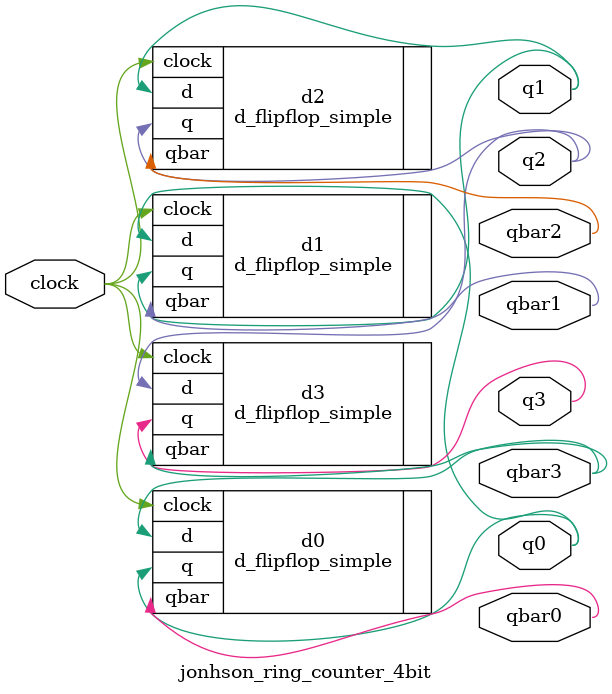
<source format=v>
/* 
@brief	jonhson_ring_counter_4bit.v
@details	This example shows how to model a 4-bit Johnson ring counter


@return	N/A

@author	Manuel Caballero
@date		18/February/2025
@version	18/February/2025    The ORIGIN
@pre		This source code was tested using ModelSim-Altera.
@warning	N/A.
@pre		This code belongs to AqueronteBlog.
				- GitHub:  https://github.com/AqueronteBlog
            - YouTube: https://www.youtube.com/user/AqueronteBlog
            - X:       https://twitter.com/aqueronteblog
*/
module jonhson_ring_counter_4bit (
	input clock,
	output q0, qbar0, q1, qbar1, q2, qbar2, q3, qbar3
);

	d_flipflop_simple d0 (.d(qbar3), .q(q0), .qbar(qbar0), .clock(clock));
	d_flipflop_simple d1 (.d(q0), .q(q1), .qbar(qbar1), .clock(clock));
	d_flipflop_simple d2 (.d(q1), .q(q2), .qbar(qbar2), .clock(clock));
	d_flipflop_simple d3 (.d(q2), .q(q3), .qbar(qbar3), .clock(clock));

endmodule
</source>
